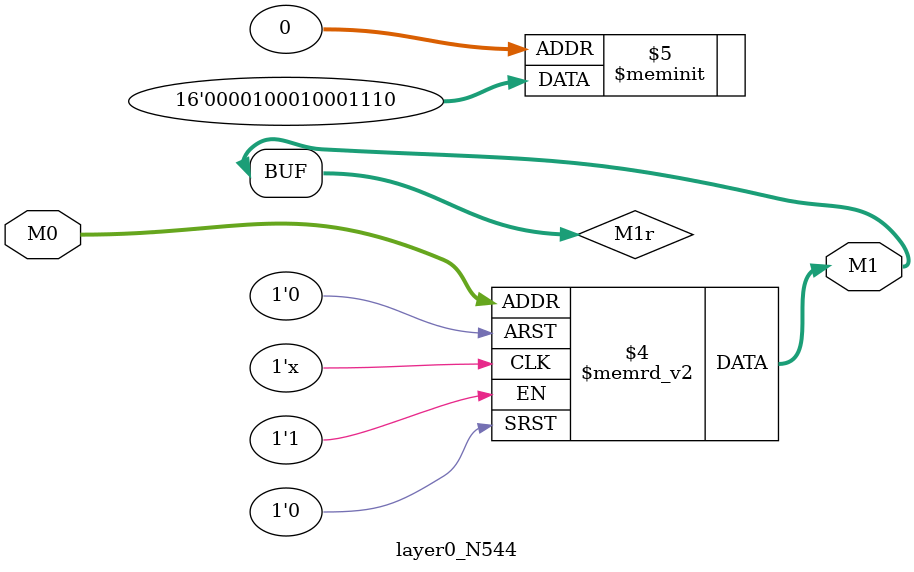
<source format=v>
module layer0_N544 ( input [2:0] M0, output [1:0] M1 );

	(*rom_style = "distributed" *) reg [1:0] M1r;
	assign M1 = M1r;
	always @ (M0) begin
		case (M0)
			3'b000: M1r = 2'b10;
			3'b100: M1r = 2'b00;
			3'b010: M1r = 2'b00;
			3'b110: M1r = 2'b00;
			3'b001: M1r = 2'b11;
			3'b101: M1r = 2'b10;
			3'b011: M1r = 2'b10;
			3'b111: M1r = 2'b00;

		endcase
	end
endmodule

</source>
